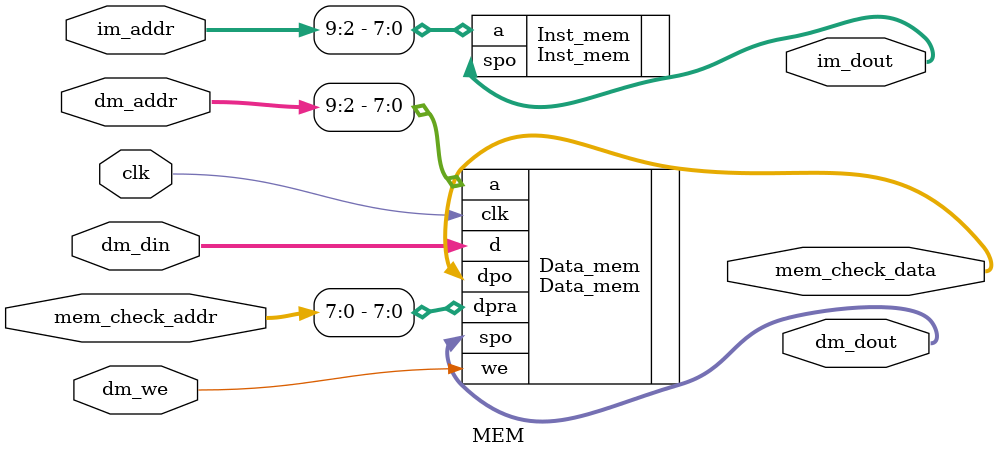
<source format=v>
module MEM(
    input clk,

    // MEM Data BUS with CPU
	// IM port
    input [31:0] im_addr,
    output [31:0] im_dout,
	
	// DM port
    input  [31:0] dm_addr,
    input dm_we,
    input  [31:0] dm_din,
    output [31:0] dm_dout,

    // MEM Debug BUS
    input [31:0] mem_check_addr,
    output [31:0] mem_check_data
);
   
   // TODO: Your IP here.
   // Remember that we need [9:2]?
   Inst_mem Inst_mem(
  .a(im_addr[9:2]),      // input wire [7 : 0] a
  .spo(im_dout)  // output wire [31 : 0] spo
);
   Data_mem Data_mem (
  .a(dm_addr[9:2]),        // input wire [7 : 0] a
  .d(dm_din),        // input wire [31 : 0] d
  .dpra(mem_check_addr[7:0]),  // input wire [7 : 0] dpra
  .clk(clk),    // input wire clk
  .we(dm_we),      // input wire we
  .spo(dm_dout),    // output wire [31 : 0] spo
  .dpo(mem_check_data)    // output wire [31 : 0] dpo
);

endmodule
</source>
